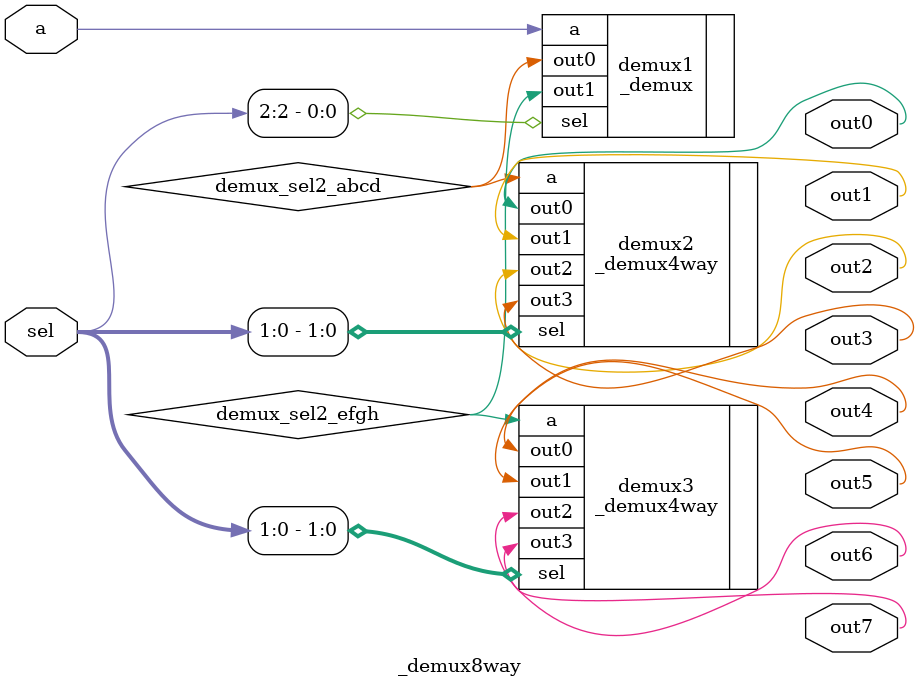
<source format=v>
module _demux8way(
    a,
    sel,
    out0,
    out1,
    out2,
    out3,
    out4,
    out5,
    out6,
    out7
);

input a;
input [2:0] sel;
output out0, out1, out2, out3, out4, out5, out6, out7;
wire demux_sel2_abcd;
wire demux_sel2_efgh;
_demux demux1(.a(a), .sel(sel[2]), .out0(demux_sel2_abcd), .out1(demux_sel2_efgh));
_demux4way demux2(.a(demux_sel2_abcd), .sel(sel[1:0]), .out0(out0), .out1(out1), .out2(out2), .out3(out3));
_demux4way demux3(.a(demux_sel2_efgh), .sel(sel[1:0]), .out0(out4), .out1(out5), .out2(out6), .out3(out7)); 
endmodule


</source>
